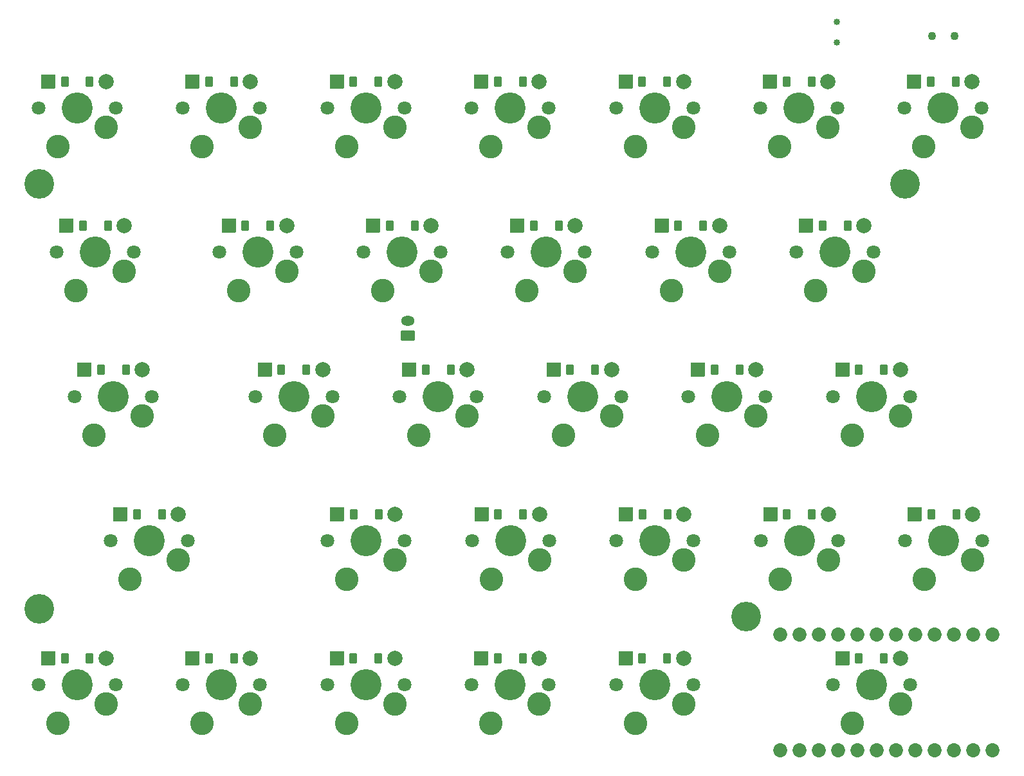
<source format=gbr>
%TF.GenerationSoftware,KiCad,Pcbnew,9.0.7*%
%TF.CreationDate,2026-01-20T23:15:53-08:00*%
%TF.ProjectId,left,6c656674-2e6b-4696-9361-645f70636258,v1.0.0*%
%TF.SameCoordinates,Original*%
%TF.FileFunction,Soldermask,Top*%
%TF.FilePolarity,Negative*%
%FSLAX46Y46*%
G04 Gerber Fmt 4.6, Leading zero omitted, Abs format (unit mm)*
G04 Created by KiCad (PCBNEW 9.0.7) date 2026-01-20 23:15:53*
%MOMM*%
%LPD*%
G01*
G04 APERTURE LIST*
G04 Aperture macros list*
%AMRoundRect*
0 Rectangle with rounded corners*
0 $1 Rounding radius*
0 $2 $3 $4 $5 $6 $7 $8 $9 X,Y pos of 4 corners*
0 Add a 4 corners polygon primitive as box body*
4,1,4,$2,$3,$4,$5,$6,$7,$8,$9,$2,$3,0*
0 Add four circle primitives for the rounded corners*
1,1,$1+$1,$2,$3*
1,1,$1+$1,$4,$5*
1,1,$1+$1,$6,$7*
1,1,$1+$1,$8,$9*
0 Add four rect primitives between the rounded corners*
20,1,$1+$1,$2,$3,$4,$5,0*
20,1,$1+$1,$4,$5,$6,$7,0*
20,1,$1+$1,$6,$7,$8,$9,0*
20,1,$1+$1,$8,$9,$2,$3,0*%
G04 Aperture macros list end*
%ADD10C,1.100000*%
%ADD11C,1.801800*%
%ADD12C,3.100000*%
%ADD13C,4.087800*%
%ADD14RoundRect,0.050000X-0.889000X-0.889000X0.889000X-0.889000X0.889000X0.889000X-0.889000X0.889000X0*%
%ADD15RoundRect,0.050000X-0.450000X-0.600000X0.450000X-0.600000X0.450000X0.600000X-0.450000X0.600000X0*%
%ADD16C,2.005000*%
%ADD17C,3.900000*%
%ADD18RoundRect,0.050000X0.850000X-0.600000X0.850000X0.600000X-0.850000X0.600000X-0.850000X-0.600000X0*%
%ADD19O,1.800000X1.300000*%
%ADD20C,0.850000*%
%ADD21C,1.852600*%
G04 APERTURE END LIST*
D10*
%TO.C,T1*%
X212500000Y-64500000D03*
X215500000Y-64500000D03*
%TD*%
D11*
%TO.C,S5*%
X105080000Y-74000000D03*
D12*
X103810000Y-76540000D03*
D13*
X100000000Y-74000000D03*
D12*
X97460000Y-79080000D03*
D11*
X94920000Y-74000000D03*
%TD*%
D14*
%TO.C,D28*%
X200715000Y-108500000D03*
D15*
X202875000Y-108500000D03*
X206175000Y-108500000D03*
D16*
X208335000Y-108500000D03*
%TD*%
D17*
%TO.C,H4*%
X188050000Y-141000000D03*
%TD*%
D11*
%TO.C,S12*%
X162130000Y-131000000D03*
D12*
X160860000Y-133540000D03*
D13*
X157050000Y-131000000D03*
D12*
X154510000Y-136080000D03*
D11*
X151970000Y-131000000D03*
%TD*%
D18*
%TO.C,JST1*%
X143525000Y-104000000D03*
D19*
X143525000Y-102000000D03*
%TD*%
D14*
%TO.C,D15*%
X134190000Y-70500000D03*
D15*
X136350000Y-70500000D03*
X139650000Y-70500000D03*
D16*
X141810000Y-70500000D03*
%TD*%
D20*
%TO.C,B1*%
X200000000Y-62625000D03*
X200000000Y-65375000D03*
%TD*%
D14*
%TO.C,D24*%
X176952500Y-89500000D03*
D15*
X179112500Y-89500000D03*
X182412500Y-89500000D03*
D16*
X184572500Y-89500000D03*
%TD*%
D11*
%TO.C,S4*%
X107461250Y-93000000D03*
D12*
X106191250Y-95540000D03*
D13*
X102381250Y-93000000D03*
D12*
X99841250Y-98080000D03*
D11*
X97301250Y-93000000D03*
%TD*%
D14*
%TO.C,D27*%
X210240000Y-127500000D03*
D15*
X212400000Y-127500000D03*
X215700000Y-127500000D03*
D16*
X217860000Y-127500000D03*
%TD*%
D14*
%TO.C,D29*%
X195952500Y-89500000D03*
D15*
X198112500Y-89500000D03*
X201412500Y-89500000D03*
D16*
X203572500Y-89500000D03*
%TD*%
D14*
%TO.C,D13*%
X143715000Y-108500000D03*
D15*
X145875000Y-108500000D03*
X149175000Y-108500000D03*
D16*
X151335000Y-108500000D03*
%TD*%
D11*
%TO.C,S17*%
X181130000Y-131000000D03*
D12*
X179860000Y-133540000D03*
D13*
X176050000Y-131000000D03*
D12*
X173510000Y-136080000D03*
D11*
X170970000Y-131000000D03*
%TD*%
%TO.C,S14*%
X147842500Y-93000000D03*
D12*
X146572500Y-95540000D03*
D13*
X142762500Y-93000000D03*
D12*
X140222500Y-98080000D03*
D11*
X137682500Y-93000000D03*
%TD*%
%TO.C,S15*%
X143080000Y-74000000D03*
D12*
X141810000Y-76540000D03*
D13*
X138000000Y-74000000D03*
D12*
X135460000Y-79080000D03*
D11*
X132920000Y-74000000D03*
%TD*%
%TO.C,S26*%
X209605000Y-150000000D03*
D12*
X208335000Y-152540000D03*
D13*
X204525000Y-150000000D03*
D12*
X201985000Y-155080000D03*
D11*
X199445000Y-150000000D03*
%TD*%
%TO.C,S19*%
X166842500Y-93000000D03*
D12*
X165572500Y-95540000D03*
D13*
X161762500Y-93000000D03*
D12*
X159222500Y-98080000D03*
D11*
X156682500Y-93000000D03*
%TD*%
%TO.C,S23*%
X190605000Y-112000000D03*
D12*
X189335000Y-114540000D03*
D13*
X185525000Y-112000000D03*
D12*
X182985000Y-117080000D03*
D11*
X180445000Y-112000000D03*
%TD*%
%TO.C,S25*%
X181080000Y-74000000D03*
D12*
X179810000Y-76540000D03*
D13*
X176000000Y-74000000D03*
D12*
X173460000Y-79080000D03*
D11*
X170920000Y-74000000D03*
%TD*%
D14*
%TO.C,D23*%
X181715000Y-108500000D03*
D15*
X183875000Y-108500000D03*
X187175000Y-108500000D03*
D16*
X189335000Y-108500000D03*
%TD*%
D14*
%TO.C,D14*%
X138952500Y-89500000D03*
D15*
X141112500Y-89500000D03*
X144412500Y-89500000D03*
D16*
X146572500Y-89500000D03*
%TD*%
D17*
%TO.C,H3*%
X95000000Y-140000000D03*
%TD*%
D11*
%TO.C,S13*%
X152605000Y-112000000D03*
D12*
X151335000Y-114540000D03*
D13*
X147525000Y-112000000D03*
D12*
X144985000Y-117080000D03*
D11*
X142445000Y-112000000D03*
%TD*%
D14*
%TO.C,D31*%
X210190000Y-70500000D03*
D15*
X212350000Y-70500000D03*
X215650000Y-70500000D03*
D16*
X217810000Y-70500000D03*
%TD*%
D11*
%TO.C,S31*%
X219080000Y-74000000D03*
D12*
X217810000Y-76540000D03*
D13*
X214000000Y-74000000D03*
D12*
X211460000Y-79080000D03*
D11*
X208920000Y-74000000D03*
%TD*%
D14*
%TO.C,D10*%
X115190000Y-70500000D03*
D15*
X117350000Y-70500000D03*
X120650000Y-70500000D03*
D16*
X122810000Y-70500000D03*
%TD*%
D11*
%TO.C,S28*%
X209605000Y-112000000D03*
D12*
X208335000Y-114540000D03*
D13*
X204525000Y-112000000D03*
D12*
X201985000Y-117080000D03*
D11*
X199445000Y-112000000D03*
%TD*%
%TO.C,S27*%
X219130000Y-131000000D03*
D12*
X217860000Y-133540000D03*
D13*
X214050000Y-131000000D03*
D12*
X211510000Y-136080000D03*
D11*
X208970000Y-131000000D03*
%TD*%
%TO.C,S24*%
X185842500Y-93000000D03*
D12*
X184572500Y-95540000D03*
D13*
X180762500Y-93000000D03*
D12*
X178222500Y-98080000D03*
D11*
X175682500Y-93000000D03*
%TD*%
D17*
%TO.C,H2*%
X209000000Y-84000000D03*
%TD*%
D11*
%TO.C,S20*%
X162080000Y-74000000D03*
D12*
X160810000Y-76540000D03*
D13*
X157000000Y-74000000D03*
D12*
X154460000Y-79080000D03*
D11*
X151920000Y-74000000D03*
%TD*%
D14*
%TO.C,D30*%
X191190000Y-70500000D03*
D15*
X193350000Y-70500000D03*
X196650000Y-70500000D03*
D16*
X198810000Y-70500000D03*
%TD*%
D11*
%TO.C,S3*%
X109842500Y-112000000D03*
D12*
X108572500Y-114540000D03*
D13*
X104762500Y-112000000D03*
D12*
X102222500Y-117080000D03*
D11*
X99682500Y-112000000D03*
%TD*%
%TO.C,S30*%
X200080000Y-74000000D03*
D12*
X198810000Y-76540000D03*
D13*
X195000000Y-74000000D03*
D12*
X192460000Y-79080000D03*
D11*
X189920000Y-74000000D03*
%TD*%
%TO.C,S10*%
X124080000Y-74000000D03*
D12*
X122810000Y-76540000D03*
D13*
X119000000Y-74000000D03*
D12*
X116460000Y-79080000D03*
D11*
X113920000Y-74000000D03*
%TD*%
D14*
%TO.C,D22*%
X191240000Y-127500000D03*
D15*
X193400000Y-127500000D03*
X196700000Y-127500000D03*
D16*
X198860000Y-127500000D03*
%TD*%
D14*
%TO.C,D3*%
X100952500Y-108500000D03*
D15*
X103112500Y-108500000D03*
X106412500Y-108500000D03*
D16*
X108572500Y-108500000D03*
%TD*%
D14*
%TO.C,D5*%
X96190000Y-70500000D03*
D15*
X98350000Y-70500000D03*
X101650000Y-70500000D03*
D16*
X103810000Y-70500000D03*
%TD*%
D14*
%TO.C,D2*%
X105715000Y-127500000D03*
D15*
X107875000Y-127500000D03*
X111175000Y-127500000D03*
D16*
X113335000Y-127500000D03*
%TD*%
D14*
%TO.C,D17*%
X172240000Y-127500000D03*
D15*
X174400000Y-127500000D03*
X177700000Y-127500000D03*
D16*
X179860000Y-127500000D03*
%TD*%
D14*
%TO.C,D11*%
X134190000Y-146500000D03*
D15*
X136350000Y-146500000D03*
X139650000Y-146500000D03*
D16*
X141810000Y-146500000D03*
%TD*%
D14*
%TO.C,D18*%
X162715000Y-108500000D03*
D15*
X164875000Y-108500000D03*
X168175000Y-108500000D03*
D16*
X170335000Y-108500000D03*
%TD*%
D14*
%TO.C,D12*%
X153240000Y-127500000D03*
D15*
X155400000Y-127500000D03*
X158700000Y-127500000D03*
D16*
X160860000Y-127500000D03*
%TD*%
D14*
%TO.C,D20*%
X153190000Y-70500000D03*
D15*
X155350000Y-70500000D03*
X158650000Y-70500000D03*
D16*
X160810000Y-70500000D03*
%TD*%
D14*
%TO.C,D16*%
X153190000Y-146500000D03*
D15*
X155350000Y-146500000D03*
X158650000Y-146500000D03*
D16*
X160810000Y-146500000D03*
%TD*%
D14*
%TO.C,D21*%
X172190000Y-146500000D03*
D15*
X174350000Y-146500000D03*
X177650000Y-146500000D03*
D16*
X179810000Y-146500000D03*
%TD*%
D11*
%TO.C,S18*%
X171605000Y-112000000D03*
D12*
X170335000Y-114540000D03*
D13*
X166525000Y-112000000D03*
D12*
X163985000Y-117080000D03*
D11*
X161445000Y-112000000D03*
%TD*%
%TO.C,S11*%
X143080000Y-150000000D03*
D12*
X141810000Y-152540000D03*
D13*
X138000000Y-150000000D03*
D12*
X135460000Y-155080000D03*
D11*
X132920000Y-150000000D03*
%TD*%
D14*
%TO.C,D8*%
X124715000Y-108500000D03*
D15*
X126875000Y-108500000D03*
X130175000Y-108500000D03*
D16*
X132335000Y-108500000D03*
%TD*%
D14*
%TO.C,D26*%
X200715000Y-146500000D03*
D15*
X202875000Y-146500000D03*
X206175000Y-146500000D03*
D16*
X208335000Y-146500000D03*
%TD*%
D14*
%TO.C,D7*%
X134240000Y-127500000D03*
D15*
X136400000Y-127500000D03*
X139700000Y-127500000D03*
D16*
X141860000Y-127500000D03*
%TD*%
D11*
%TO.C,S6*%
X124080000Y-150000000D03*
D12*
X122810000Y-152540000D03*
D13*
X119000000Y-150000000D03*
D12*
X116460000Y-155080000D03*
D11*
X113920000Y-150000000D03*
%TD*%
D14*
%TO.C,D6*%
X115190000Y-146500000D03*
D15*
X117350000Y-146500000D03*
X120650000Y-146500000D03*
D16*
X122810000Y-146500000D03*
%TD*%
D11*
%TO.C,S9*%
X128842500Y-93000000D03*
D12*
X127572500Y-95540000D03*
D13*
X123762500Y-93000000D03*
D12*
X121222500Y-98080000D03*
D11*
X118682500Y-93000000D03*
%TD*%
%TO.C,S1*%
X105080000Y-150000000D03*
D12*
X103810000Y-152540000D03*
D13*
X100000000Y-150000000D03*
D12*
X97460000Y-155080000D03*
D11*
X94920000Y-150000000D03*
%TD*%
D14*
%TO.C,D19*%
X157952500Y-89500000D03*
D15*
X160112500Y-89500000D03*
X163412500Y-89500000D03*
D16*
X165572500Y-89500000D03*
%TD*%
D11*
%TO.C,S16*%
X162080000Y-150000000D03*
D12*
X160810000Y-152540000D03*
D13*
X157000000Y-150000000D03*
D12*
X154460000Y-155080000D03*
D11*
X151920000Y-150000000D03*
%TD*%
D14*
%TO.C,D9*%
X119952500Y-89500000D03*
D15*
X122112500Y-89500000D03*
X125412500Y-89500000D03*
D16*
X127572500Y-89500000D03*
%TD*%
D11*
%TO.C,S8*%
X133605000Y-112000000D03*
D12*
X132335000Y-114540000D03*
D13*
X128525000Y-112000000D03*
D12*
X125985000Y-117080000D03*
D11*
X123445000Y-112000000D03*
%TD*%
D14*
%TO.C,D1*%
X96190000Y-146500000D03*
D15*
X98350000Y-146500000D03*
X101650000Y-146500000D03*
D16*
X103810000Y-146500000D03*
%TD*%
D14*
%TO.C,D4*%
X98571250Y-89500000D03*
D15*
X100731250Y-89500000D03*
X104031250Y-89500000D03*
D16*
X106191250Y-89500000D03*
%TD*%
D17*
%TO.C,H1*%
X95000000Y-84000000D03*
%TD*%
D11*
%TO.C,S21*%
X181080000Y-150000000D03*
D12*
X179810000Y-152540000D03*
D13*
X176000000Y-150000000D03*
D12*
X173460000Y-155080000D03*
D11*
X170920000Y-150000000D03*
%TD*%
%TO.C,S29*%
X204842500Y-93000000D03*
D12*
X203572500Y-95540000D03*
D13*
X199762500Y-93000000D03*
D12*
X197222500Y-98080000D03*
D11*
X194682500Y-93000000D03*
%TD*%
%TO.C,S22*%
X200130000Y-131000000D03*
D12*
X198860000Y-133540000D03*
D13*
X195050000Y-131000000D03*
D12*
X192510000Y-136080000D03*
D11*
X189970000Y-131000000D03*
%TD*%
D14*
%TO.C,D25*%
X172190000Y-70500000D03*
D15*
X174350000Y-70500000D03*
X177650000Y-70500000D03*
D16*
X179810000Y-70500000D03*
%TD*%
D11*
%TO.C,S7*%
X143130000Y-131000000D03*
D12*
X141860000Y-133540000D03*
D13*
X138050000Y-131000000D03*
D12*
X135510000Y-136080000D03*
D11*
X132970000Y-131000000D03*
%TD*%
%TO.C,S2*%
X114605000Y-131000000D03*
D12*
X113335000Y-133540000D03*
D13*
X109525000Y-131000000D03*
D12*
X106985000Y-136080000D03*
D11*
X104445000Y-131000000D03*
%TD*%
D21*
%TO.C,MCU1*%
X220495000Y-158620000D03*
X217955000Y-158620000D03*
X215415000Y-158620000D03*
X212875000Y-158620000D03*
X210335000Y-158620000D03*
X207795000Y-158620000D03*
X205255000Y-158620000D03*
X202715000Y-158620000D03*
X200175000Y-158620000D03*
X197635000Y-158620000D03*
X195095000Y-158620000D03*
X192555000Y-158620000D03*
X192555000Y-143380000D03*
X195095000Y-143380000D03*
X197635000Y-143380000D03*
X200175000Y-143380000D03*
X202715000Y-143380000D03*
X205255000Y-143380000D03*
X207795000Y-143380000D03*
X210335000Y-143380000D03*
X212875000Y-143380000D03*
X215415000Y-143380000D03*
X217955000Y-143380000D03*
X220495000Y-143380000D03*
%TD*%
M02*

</source>
